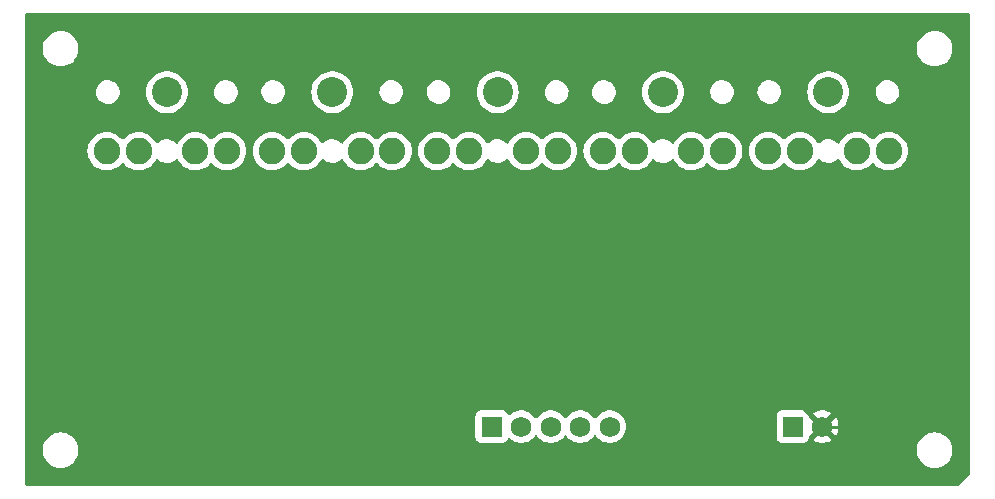
<source format=gbr>
%TF.GenerationSoftware,KiCad,Pcbnew,7.0.1-1.fc37*%
%TF.CreationDate,2023-03-21T22:33:27-05:00*%
%TF.ProjectId,midi_rx_board,6d696469-5f72-4785-9f62-6f6172642e6b,rev?*%
%TF.SameCoordinates,Original*%
%TF.FileFunction,Copper,L2,Bot*%
%TF.FilePolarity,Positive*%
%FSLAX46Y46*%
G04 Gerber Fmt 4.6, Leading zero omitted, Abs format (unit mm)*
G04 Created by KiCad (PCBNEW 7.0.1-1.fc37) date 2023-03-21 22:33:27*
%MOMM*%
%LPD*%
G01*
G04 APERTURE LIST*
%TA.AperFunction,ComponentPad*%
%ADD10C,2.540000*%
%TD*%
%TA.AperFunction,ComponentPad*%
%ADD11C,2.250000*%
%TD*%
%TA.AperFunction,ComponentPad*%
%ADD12R,1.750000X1.750000*%
%TD*%
%TA.AperFunction,ComponentPad*%
%ADD13C,1.750000*%
%TD*%
%TA.AperFunction,ViaPad*%
%ADD14C,0.800000*%
%TD*%
%TA.AperFunction,Conductor*%
%ADD15C,0.250000*%
%TD*%
G04 APERTURE END LIST*
D10*
%TO.P,RX4,1,1*%
%TO.N,unconnected-(RX4-Pad1)*%
X162000000Y-25678000D03*
D11*
%TO.P,RX4,2,2*%
%TO.N,Net-(R7-Pad1)*%
X167100000Y-30678000D03*
%TO.P,RX4,3,3*%
X164400000Y-30678000D03*
%TO.P,RX4,4,4*%
%TO.N,Net-(D4-A)*%
X159600000Y-30678000D03*
%TO.P,RX4,5,5*%
X156900000Y-30678000D03*
%TD*%
D12*
%TO.P,J2,1,Pin_1*%
%TO.N,+3V3*%
X187000000Y-54000000D03*
D13*
%TO.P,J2,2,Pin_2*%
%TO.N,GND*%
X189500000Y-54000000D03*
%TD*%
D10*
%TO.P,RX5,1,1*%
%TO.N,unconnected-(RX5-Pad1)*%
X176000000Y-25678000D03*
D11*
%TO.P,RX5,2,2*%
%TO.N,Net-(R9-Pad1)*%
X181100000Y-30678000D03*
%TO.P,RX5,3,3*%
X178400000Y-30678000D03*
%TO.P,RX5,4,4*%
%TO.N,Net-(D5-A)*%
X173600000Y-30678000D03*
%TO.P,RX5,5,5*%
X170900000Y-30678000D03*
%TD*%
D10*
%TO.P,RX6,1,1*%
%TO.N,unconnected-(RX6-Pad1)*%
X190000000Y-25678000D03*
D11*
%TO.P,RX6,2,2*%
%TO.N,Net-(R11-Pad1)*%
X195100000Y-30678000D03*
%TO.P,RX6,3,3*%
X192400000Y-30678000D03*
%TO.P,RX6,4,4*%
%TO.N,Net-(D6-A)*%
X187600000Y-30678000D03*
%TO.P,RX6,5,5*%
X184900000Y-30678000D03*
%TD*%
D12*
%TO.P,J1,1,Pin_1*%
%TO.N,/RX1/RX*%
X161500000Y-54000000D03*
D13*
%TO.P,J1,2,Pin_2*%
%TO.N,/RX2/RX*%
X164000000Y-54000000D03*
%TO.P,J1,3,Pin_3*%
%TO.N,/RX3/RX*%
X166500000Y-54000000D03*
%TO.P,J1,4,Pin_4*%
%TO.N,/RX4/RX*%
X169000000Y-54000000D03*
%TO.P,J1,5,Pin_5*%
%TO.N,/RX5/RX*%
X171500000Y-54000000D03*
%TD*%
D10*
%TO.P,RX3,1,1*%
%TO.N,unconnected-(RX3-Pad1)*%
X148000000Y-25678000D03*
D11*
%TO.P,RX3,2,2*%
%TO.N,Net-(R5-Pad1)*%
X153100000Y-30678000D03*
%TO.P,RX3,3,3*%
X150400000Y-30678000D03*
%TO.P,RX3,4,4*%
%TO.N,Net-(D3-A)*%
X145600000Y-30678000D03*
%TO.P,RX3,5,5*%
X142900000Y-30678000D03*
%TD*%
D10*
%TO.P,RX2,1,1*%
%TO.N,unconnected-(RX2-Pad1)*%
X134000000Y-25678000D03*
D11*
%TO.P,RX2,2,2*%
%TO.N,Net-(R3-Pad1)*%
X139100000Y-30678000D03*
%TO.P,RX2,3,3*%
X136400000Y-30678000D03*
%TO.P,RX2,4,4*%
%TO.N,Net-(D2-A)*%
X131600000Y-30678000D03*
%TO.P,RX2,5,5*%
X128900000Y-30678000D03*
%TD*%
D14*
%TO.N,GND*%
X196000000Y-53000000D03*
X153000000Y-49000000D03*
X131000000Y-49000000D03*
X179000000Y-49000000D03*
X142000000Y-49000000D03*
%TD*%
D15*
%TO.N,GND*%
X195000000Y-54000000D02*
X189500000Y-54000000D01*
X196000000Y-53000000D02*
X195000000Y-54000000D01*
X184500000Y-49000000D02*
X189500000Y-54000000D01*
X131000000Y-49000000D02*
X184500000Y-49000000D01*
X142000000Y-49000000D02*
X184500000Y-49000000D01*
X179000000Y-49000000D02*
X184500000Y-49000000D01*
X153000000Y-49000000D02*
X184500000Y-49000000D01*
%TD*%
%TA.AperFunction,Conductor*%
%TO.N,GND*%
G36*
X201937500Y-19017113D02*
G01*
X201982887Y-19062500D01*
X201999500Y-19124500D01*
X201999500Y-57949138D01*
X201990061Y-57996591D01*
X201963181Y-58036819D01*
X201036819Y-58963181D01*
X200996591Y-58990061D01*
X200949138Y-58999500D01*
X122124500Y-58999500D01*
X122062500Y-58982887D01*
X122017113Y-58937500D01*
X122000500Y-58875500D01*
X122000500Y-56124335D01*
X123499500Y-56124335D01*
X123540429Y-56369614D01*
X123621172Y-56604810D01*
X123739526Y-56823509D01*
X123739529Y-56823514D01*
X123875036Y-56997612D01*
X123892262Y-57019744D01*
X124075215Y-57188164D01*
X124283393Y-57324173D01*
X124511119Y-57424063D01*
X124752179Y-57485108D01*
X124826480Y-57491264D01*
X124937927Y-57500500D01*
X124937933Y-57500500D01*
X125062067Y-57500500D01*
X125062073Y-57500500D01*
X125163387Y-57492104D01*
X125247821Y-57485108D01*
X125488881Y-57424063D01*
X125716607Y-57324173D01*
X125924785Y-57188164D01*
X126107738Y-57019744D01*
X126260474Y-56823509D01*
X126378828Y-56604810D01*
X126459571Y-56369614D01*
X126500500Y-56124335D01*
X197499500Y-56124335D01*
X197540429Y-56369614D01*
X197621172Y-56604810D01*
X197739526Y-56823509D01*
X197739529Y-56823514D01*
X197875036Y-56997612D01*
X197892262Y-57019744D01*
X198075215Y-57188164D01*
X198283393Y-57324173D01*
X198511119Y-57424063D01*
X198752179Y-57485108D01*
X198826480Y-57491264D01*
X198937927Y-57500500D01*
X198937933Y-57500500D01*
X199062067Y-57500500D01*
X199062073Y-57500500D01*
X199163387Y-57492104D01*
X199247821Y-57485108D01*
X199488881Y-57424063D01*
X199716607Y-57324173D01*
X199924785Y-57188164D01*
X200107738Y-57019744D01*
X200260474Y-56823509D01*
X200378828Y-56604810D01*
X200459571Y-56369614D01*
X200500500Y-56124335D01*
X200500500Y-55875665D01*
X200459571Y-55630386D01*
X200378828Y-55395190D01*
X200260474Y-55176491D01*
X200260471Y-55176487D01*
X200260470Y-55176485D01*
X200125409Y-55002960D01*
X200107738Y-54980256D01*
X199924785Y-54811836D01*
X199716607Y-54675827D01*
X199716604Y-54675825D01*
X199591523Y-54620960D01*
X199488881Y-54575937D01*
X199247821Y-54514892D01*
X199247819Y-54514891D01*
X199247816Y-54514891D01*
X199062073Y-54499500D01*
X199062067Y-54499500D01*
X198937933Y-54499500D01*
X198937927Y-54499500D01*
X198752183Y-54514891D01*
X198752179Y-54514891D01*
X198752179Y-54514892D01*
X198511119Y-54575937D01*
X198511116Y-54575938D01*
X198511117Y-54575938D01*
X198283395Y-54675825D01*
X198239799Y-54704308D01*
X198075215Y-54811836D01*
X198036208Y-54847745D01*
X197892259Y-54980259D01*
X197739529Y-55176485D01*
X197621170Y-55395194D01*
X197540429Y-55630384D01*
X197540429Y-55630386D01*
X197499500Y-55875665D01*
X197499500Y-56124335D01*
X126500500Y-56124335D01*
X126500500Y-55875665D01*
X126459571Y-55630386D01*
X126378828Y-55395190D01*
X126260474Y-55176491D01*
X126260471Y-55176487D01*
X126260470Y-55176485D01*
X126125409Y-55002960D01*
X126107738Y-54980256D01*
X126045399Y-54922869D01*
X160124500Y-54922869D01*
X160130909Y-54982484D01*
X160138546Y-55002960D01*
X160181204Y-55117331D01*
X160267454Y-55232546D01*
X160382669Y-55318796D01*
X160517517Y-55369091D01*
X160577127Y-55375500D01*
X162422872Y-55375499D01*
X162482483Y-55369091D01*
X162617331Y-55318796D01*
X162732546Y-55232546D01*
X162818796Y-55117331D01*
X162846292Y-55043608D01*
X162882242Y-54992397D01*
X162938624Y-54965258D01*
X163001079Y-54969106D01*
X163053702Y-55002959D01*
X163065206Y-55015456D01*
X163245094Y-55155469D01*
X163445574Y-55263963D01*
X163499474Y-55282467D01*
X163661174Y-55337980D01*
X163886023Y-55375500D01*
X164113977Y-55375500D01*
X164338825Y-55337980D01*
X164446624Y-55300971D01*
X164554426Y-55263963D01*
X164754906Y-55155469D01*
X164934794Y-55015456D01*
X165089183Y-54847745D01*
X165146191Y-54760486D01*
X165190982Y-54719253D01*
X165250000Y-54704308D01*
X165309018Y-54719253D01*
X165353808Y-54760486D01*
X165410817Y-54847745D01*
X165565206Y-55015456D01*
X165745094Y-55155469D01*
X165945574Y-55263963D01*
X165999474Y-55282467D01*
X166161174Y-55337980D01*
X166386023Y-55375500D01*
X166613977Y-55375500D01*
X166838825Y-55337980D01*
X166946624Y-55300971D01*
X167054426Y-55263963D01*
X167254906Y-55155469D01*
X167434794Y-55015456D01*
X167589183Y-54847745D01*
X167646191Y-54760486D01*
X167690982Y-54719253D01*
X167750000Y-54704308D01*
X167809018Y-54719253D01*
X167853808Y-54760486D01*
X167910817Y-54847745D01*
X168065206Y-55015456D01*
X168245094Y-55155469D01*
X168445574Y-55263963D01*
X168499474Y-55282467D01*
X168661174Y-55337980D01*
X168886023Y-55375500D01*
X169113977Y-55375500D01*
X169338825Y-55337980D01*
X169446624Y-55300971D01*
X169554426Y-55263963D01*
X169754906Y-55155469D01*
X169934794Y-55015456D01*
X170089183Y-54847745D01*
X170146191Y-54760486D01*
X170190982Y-54719253D01*
X170250000Y-54704308D01*
X170309018Y-54719253D01*
X170353808Y-54760486D01*
X170410817Y-54847745D01*
X170565206Y-55015456D01*
X170745094Y-55155469D01*
X170945574Y-55263963D01*
X170999474Y-55282467D01*
X171161174Y-55337980D01*
X171386023Y-55375500D01*
X171613977Y-55375500D01*
X171838825Y-55337980D01*
X171946624Y-55300971D01*
X172054426Y-55263963D01*
X172254906Y-55155469D01*
X172434794Y-55015456D01*
X172520026Y-54922869D01*
X185624500Y-54922869D01*
X185630909Y-54982484D01*
X185638546Y-55002960D01*
X185681204Y-55117331D01*
X185767454Y-55232546D01*
X185882669Y-55318796D01*
X186017517Y-55369091D01*
X186077127Y-55375500D01*
X187922872Y-55375499D01*
X187982483Y-55369091D01*
X188117331Y-55318796D01*
X188232546Y-55232546D01*
X188305916Y-55134536D01*
X188719015Y-55134536D01*
X188719016Y-55134537D01*
X188745368Y-55155048D01*
X188945777Y-55263503D01*
X189161297Y-55337492D01*
X189386065Y-55375000D01*
X189613935Y-55375000D01*
X189838702Y-55337492D01*
X190054222Y-55263503D01*
X190254630Y-55155050D01*
X190280982Y-55134537D01*
X190280982Y-55134536D01*
X189500001Y-54353553D01*
X189500000Y-54353553D01*
X188719015Y-55134536D01*
X188305916Y-55134536D01*
X188318796Y-55117331D01*
X188369091Y-54982483D01*
X188375500Y-54922873D01*
X188375499Y-54822303D01*
X188384938Y-54774855D01*
X188411818Y-54734626D01*
X189146446Y-54000001D01*
X189853553Y-54000001D01*
X190633124Y-54779570D01*
X190713419Y-54656670D01*
X190804953Y-54447994D01*
X190860895Y-54227087D01*
X190879712Y-54000000D01*
X190860895Y-53772912D01*
X190804953Y-53552004D01*
X190713420Y-53343329D01*
X190633124Y-53220428D01*
X189853553Y-54000000D01*
X189853553Y-54000001D01*
X189146446Y-54000001D01*
X189146446Y-53999999D01*
X188411818Y-53265372D01*
X188384938Y-53225144D01*
X188375499Y-53177691D01*
X188375499Y-53077130D01*
X188375499Y-53077127D01*
X188369091Y-53017517D01*
X188318796Y-52882669D01*
X188305915Y-52865462D01*
X188719016Y-52865462D01*
X189500000Y-53646446D01*
X189500001Y-53646446D01*
X190280983Y-52865462D01*
X190280982Y-52865461D01*
X190254634Y-52844953D01*
X190054222Y-52736496D01*
X189838702Y-52662507D01*
X189613935Y-52625000D01*
X189386065Y-52625000D01*
X189161297Y-52662507D01*
X188945777Y-52736496D01*
X188745367Y-52844952D01*
X188719016Y-52865460D01*
X188719016Y-52865462D01*
X188305915Y-52865462D01*
X188232546Y-52767454D01*
X188117331Y-52681204D01*
X187982483Y-52630909D01*
X187922873Y-52624500D01*
X187922869Y-52624500D01*
X186077130Y-52624500D01*
X186017515Y-52630909D01*
X185882669Y-52681204D01*
X185767454Y-52767454D01*
X185681204Y-52882668D01*
X185630909Y-53017516D01*
X185624500Y-53077130D01*
X185624500Y-54922869D01*
X172520026Y-54922869D01*
X172589183Y-54847745D01*
X172713862Y-54656909D01*
X172805430Y-54448155D01*
X172861390Y-54227176D01*
X172880214Y-54000000D01*
X172861390Y-53772824D01*
X172805430Y-53551845D01*
X172744384Y-53412675D01*
X172713863Y-53343093D01*
X172682894Y-53295691D01*
X172589183Y-53152255D01*
X172434794Y-52984544D01*
X172254906Y-52844531D01*
X172054426Y-52736037D01*
X172054425Y-52736036D01*
X172054424Y-52736036D01*
X171838825Y-52662019D01*
X171613977Y-52624500D01*
X171386023Y-52624500D01*
X171161174Y-52662019D01*
X170945575Y-52736036D01*
X170887520Y-52767454D01*
X170745094Y-52844531D01*
X170745092Y-52844532D01*
X170745091Y-52844533D01*
X170565209Y-52984541D01*
X170565206Y-52984543D01*
X170565206Y-52984544D01*
X170410817Y-53152255D01*
X170353809Y-53239513D01*
X170309017Y-53280746D01*
X170250000Y-53295691D01*
X170190983Y-53280746D01*
X170146191Y-53239513D01*
X170089183Y-53152255D01*
X169934794Y-52984544D01*
X169754906Y-52844531D01*
X169554426Y-52736037D01*
X169554425Y-52736036D01*
X169554424Y-52736036D01*
X169338825Y-52662019D01*
X169113977Y-52624500D01*
X168886023Y-52624500D01*
X168661174Y-52662019D01*
X168445575Y-52736036D01*
X168387520Y-52767454D01*
X168245094Y-52844531D01*
X168245092Y-52844532D01*
X168245091Y-52844533D01*
X168065209Y-52984541D01*
X168065206Y-52984543D01*
X168065206Y-52984544D01*
X167910817Y-53152255D01*
X167853809Y-53239513D01*
X167809017Y-53280746D01*
X167750000Y-53295691D01*
X167690983Y-53280746D01*
X167646191Y-53239513D01*
X167589183Y-53152255D01*
X167434794Y-52984544D01*
X167254906Y-52844531D01*
X167054426Y-52736037D01*
X167054425Y-52736036D01*
X167054424Y-52736036D01*
X166838825Y-52662019D01*
X166613977Y-52624500D01*
X166386023Y-52624500D01*
X166161174Y-52662019D01*
X165945575Y-52736036D01*
X165887520Y-52767454D01*
X165745094Y-52844531D01*
X165745092Y-52844532D01*
X165745091Y-52844533D01*
X165565209Y-52984541D01*
X165565206Y-52984543D01*
X165565206Y-52984544D01*
X165410817Y-53152255D01*
X165353809Y-53239513D01*
X165309017Y-53280746D01*
X165250000Y-53295691D01*
X165190983Y-53280746D01*
X165146191Y-53239513D01*
X165089183Y-53152255D01*
X164934794Y-52984544D01*
X164754906Y-52844531D01*
X164554426Y-52736037D01*
X164554425Y-52736036D01*
X164554424Y-52736036D01*
X164338825Y-52662019D01*
X164113977Y-52624500D01*
X163886023Y-52624500D01*
X163661174Y-52662019D01*
X163445575Y-52736036D01*
X163387520Y-52767454D01*
X163245094Y-52844531D01*
X163245092Y-52844532D01*
X163245091Y-52844533D01*
X163065207Y-52984542D01*
X163053701Y-52997041D01*
X163001076Y-53030894D01*
X162938623Y-53034741D01*
X162882242Y-53007602D01*
X162846292Y-52956391D01*
X162818796Y-52882669D01*
X162732546Y-52767454D01*
X162617331Y-52681204D01*
X162482483Y-52630909D01*
X162422873Y-52624500D01*
X162422869Y-52624500D01*
X160577130Y-52624500D01*
X160517515Y-52630909D01*
X160382669Y-52681204D01*
X160267454Y-52767454D01*
X160181204Y-52882668D01*
X160130909Y-53017516D01*
X160124500Y-53077130D01*
X160124500Y-54922869D01*
X126045399Y-54922869D01*
X125924785Y-54811836D01*
X125716607Y-54675827D01*
X125716604Y-54675825D01*
X125591523Y-54620960D01*
X125488881Y-54575937D01*
X125247821Y-54514892D01*
X125247819Y-54514891D01*
X125247816Y-54514891D01*
X125062073Y-54499500D01*
X125062067Y-54499500D01*
X124937933Y-54499500D01*
X124937927Y-54499500D01*
X124752183Y-54514891D01*
X124752179Y-54514891D01*
X124752179Y-54514892D01*
X124511119Y-54575937D01*
X124511116Y-54575938D01*
X124511117Y-54575938D01*
X124283395Y-54675825D01*
X124239799Y-54704308D01*
X124075215Y-54811836D01*
X124036208Y-54847745D01*
X123892259Y-54980259D01*
X123739529Y-55176485D01*
X123621170Y-55395194D01*
X123540429Y-55630384D01*
X123540429Y-55630386D01*
X123499500Y-55875665D01*
X123499500Y-56124335D01*
X122000500Y-56124335D01*
X122000500Y-30677999D01*
X127269474Y-30677999D01*
X127289548Y-30933071D01*
X127349277Y-31181860D01*
X127395550Y-31293571D01*
X127447191Y-31418243D01*
X127580877Y-31636399D01*
X127747044Y-31830956D01*
X127941601Y-31997123D01*
X128159757Y-32130809D01*
X128334394Y-32203146D01*
X128396139Y-32228722D01*
X128474739Y-32247592D01*
X128644930Y-32288452D01*
X128900000Y-32308526D01*
X129155070Y-32288452D01*
X129403860Y-32228722D01*
X129640243Y-32130809D01*
X129858399Y-31997123D01*
X130052956Y-31830956D01*
X130155712Y-31710643D01*
X130198086Y-31678567D01*
X130250000Y-31667177D01*
X130301914Y-31678567D01*
X130344287Y-31710643D01*
X130447044Y-31830956D01*
X130641601Y-31997123D01*
X130859757Y-32130809D01*
X131034394Y-32203146D01*
X131096139Y-32228722D01*
X131174739Y-32247592D01*
X131344930Y-32288452D01*
X131600000Y-32308526D01*
X131855070Y-32288452D01*
X132103860Y-32228722D01*
X132340243Y-32130809D01*
X132558399Y-31997123D01*
X132752956Y-31830956D01*
X132919123Y-31636399D01*
X133052809Y-31418243D01*
X133061886Y-31396328D01*
X133098390Y-31347431D01*
X133153797Y-31321865D01*
X133214690Y-31325823D01*
X133266321Y-31358346D01*
X133298561Y-31392261D01*
X133344941Y-31441053D01*
X133511951Y-31557295D01*
X133698942Y-31637540D01*
X133898259Y-31678500D01*
X134050740Y-31678500D01*
X134050742Y-31678500D01*
X134202438Y-31663074D01*
X134396588Y-31602159D01*
X134574502Y-31503409D01*
X134728895Y-31370866D01*
X134728897Y-31370863D01*
X134738462Y-31362652D01*
X134739332Y-31363666D01*
X134778448Y-31333877D01*
X134841984Y-31325680D01*
X134901132Y-31350288D01*
X134940103Y-31401132D01*
X134947191Y-31418243D01*
X135080877Y-31636399D01*
X135247044Y-31830956D01*
X135441601Y-31997123D01*
X135659757Y-32130809D01*
X135834394Y-32203146D01*
X135896139Y-32228722D01*
X135974739Y-32247592D01*
X136144930Y-32288452D01*
X136400000Y-32308526D01*
X136655070Y-32288452D01*
X136903860Y-32228722D01*
X137140243Y-32130809D01*
X137358399Y-31997123D01*
X137552956Y-31830956D01*
X137655712Y-31710643D01*
X137698086Y-31678567D01*
X137750000Y-31667177D01*
X137801914Y-31678567D01*
X137844287Y-31710643D01*
X137947044Y-31830956D01*
X138141601Y-31997123D01*
X138359757Y-32130809D01*
X138534394Y-32203146D01*
X138596139Y-32228722D01*
X138674739Y-32247592D01*
X138844930Y-32288452D01*
X139100000Y-32308526D01*
X139355070Y-32288452D01*
X139603860Y-32228722D01*
X139840243Y-32130809D01*
X140058399Y-31997123D01*
X140252956Y-31830956D01*
X140419123Y-31636399D01*
X140552809Y-31418243D01*
X140650722Y-31181860D01*
X140710452Y-30933070D01*
X140730526Y-30678000D01*
X140730526Y-30677999D01*
X141269474Y-30677999D01*
X141289548Y-30933071D01*
X141349277Y-31181860D01*
X141395550Y-31293571D01*
X141447191Y-31418243D01*
X141580877Y-31636399D01*
X141747044Y-31830956D01*
X141941601Y-31997123D01*
X142159757Y-32130809D01*
X142334394Y-32203146D01*
X142396139Y-32228722D01*
X142474739Y-32247592D01*
X142644930Y-32288452D01*
X142900000Y-32308526D01*
X143155070Y-32288452D01*
X143403860Y-32228722D01*
X143640243Y-32130809D01*
X143858399Y-31997123D01*
X144052956Y-31830956D01*
X144155712Y-31710643D01*
X144198086Y-31678567D01*
X144250000Y-31667177D01*
X144301914Y-31678567D01*
X144344287Y-31710643D01*
X144447044Y-31830956D01*
X144641601Y-31997123D01*
X144859757Y-32130809D01*
X145034394Y-32203146D01*
X145096139Y-32228722D01*
X145174739Y-32247592D01*
X145344930Y-32288452D01*
X145600000Y-32308526D01*
X145855070Y-32288452D01*
X146103860Y-32228722D01*
X146340243Y-32130809D01*
X146558399Y-31997123D01*
X146752956Y-31830956D01*
X146919123Y-31636399D01*
X147052809Y-31418243D01*
X147061886Y-31396328D01*
X147098390Y-31347431D01*
X147153797Y-31321865D01*
X147214690Y-31325823D01*
X147266321Y-31358346D01*
X147298561Y-31392261D01*
X147344941Y-31441053D01*
X147511951Y-31557295D01*
X147698942Y-31637540D01*
X147898259Y-31678500D01*
X148050740Y-31678500D01*
X148050742Y-31678500D01*
X148202438Y-31663074D01*
X148396588Y-31602159D01*
X148574502Y-31503409D01*
X148728895Y-31370866D01*
X148728897Y-31370863D01*
X148738462Y-31362652D01*
X148739332Y-31363666D01*
X148778448Y-31333877D01*
X148841984Y-31325680D01*
X148901132Y-31350288D01*
X148940103Y-31401132D01*
X148947191Y-31418243D01*
X149080877Y-31636399D01*
X149247044Y-31830956D01*
X149441601Y-31997123D01*
X149659757Y-32130809D01*
X149834394Y-32203146D01*
X149896139Y-32228722D01*
X149974739Y-32247592D01*
X150144930Y-32288452D01*
X150400000Y-32308526D01*
X150655070Y-32288452D01*
X150903860Y-32228722D01*
X151140243Y-32130809D01*
X151358399Y-31997123D01*
X151552956Y-31830956D01*
X151655712Y-31710643D01*
X151698086Y-31678567D01*
X151750000Y-31667177D01*
X151801914Y-31678567D01*
X151844287Y-31710643D01*
X151947044Y-31830956D01*
X152141601Y-31997123D01*
X152359757Y-32130809D01*
X152534394Y-32203146D01*
X152596139Y-32228722D01*
X152674739Y-32247592D01*
X152844930Y-32288452D01*
X153100000Y-32308526D01*
X153355070Y-32288452D01*
X153603860Y-32228722D01*
X153840243Y-32130809D01*
X154058399Y-31997123D01*
X154252956Y-31830956D01*
X154419123Y-31636399D01*
X154552809Y-31418243D01*
X154650722Y-31181860D01*
X154710452Y-30933070D01*
X154730526Y-30678000D01*
X154730526Y-30677999D01*
X155269474Y-30677999D01*
X155289548Y-30933071D01*
X155349277Y-31181860D01*
X155395550Y-31293571D01*
X155447191Y-31418243D01*
X155580877Y-31636399D01*
X155747044Y-31830956D01*
X155941601Y-31997123D01*
X156159757Y-32130809D01*
X156334394Y-32203146D01*
X156396139Y-32228722D01*
X156474739Y-32247592D01*
X156644930Y-32288452D01*
X156900000Y-32308526D01*
X157155070Y-32288452D01*
X157403860Y-32228722D01*
X157640243Y-32130809D01*
X157858399Y-31997123D01*
X158052956Y-31830956D01*
X158155712Y-31710643D01*
X158198086Y-31678567D01*
X158250000Y-31667177D01*
X158301914Y-31678567D01*
X158344287Y-31710643D01*
X158447044Y-31830956D01*
X158641601Y-31997123D01*
X158859757Y-32130809D01*
X159034394Y-32203146D01*
X159096139Y-32228722D01*
X159174739Y-32247592D01*
X159344930Y-32288452D01*
X159600000Y-32308526D01*
X159855070Y-32288452D01*
X160103860Y-32228722D01*
X160340243Y-32130809D01*
X160558399Y-31997123D01*
X160752956Y-31830956D01*
X160919123Y-31636399D01*
X161052809Y-31418243D01*
X161061886Y-31396328D01*
X161098390Y-31347431D01*
X161153797Y-31321865D01*
X161214690Y-31325823D01*
X161266321Y-31358346D01*
X161298561Y-31392261D01*
X161344941Y-31441053D01*
X161511951Y-31557295D01*
X161698942Y-31637540D01*
X161898259Y-31678500D01*
X162050740Y-31678500D01*
X162050742Y-31678500D01*
X162202438Y-31663074D01*
X162396588Y-31602159D01*
X162574502Y-31503409D01*
X162728895Y-31370866D01*
X162728897Y-31370863D01*
X162738462Y-31362652D01*
X162739332Y-31363666D01*
X162778448Y-31333877D01*
X162841984Y-31325680D01*
X162901132Y-31350288D01*
X162940103Y-31401132D01*
X162947191Y-31418243D01*
X163080877Y-31636399D01*
X163247044Y-31830956D01*
X163441601Y-31997123D01*
X163659757Y-32130809D01*
X163834394Y-32203146D01*
X163896139Y-32228722D01*
X163974739Y-32247592D01*
X164144930Y-32288452D01*
X164400000Y-32308526D01*
X164655070Y-32288452D01*
X164903860Y-32228722D01*
X165140243Y-32130809D01*
X165358399Y-31997123D01*
X165552956Y-31830956D01*
X165655712Y-31710643D01*
X165698086Y-31678567D01*
X165750000Y-31667177D01*
X165801914Y-31678567D01*
X165844287Y-31710643D01*
X165947044Y-31830956D01*
X166141601Y-31997123D01*
X166359757Y-32130809D01*
X166534394Y-32203146D01*
X166596139Y-32228722D01*
X166674739Y-32247592D01*
X166844930Y-32288452D01*
X167100000Y-32308526D01*
X167355070Y-32288452D01*
X167603860Y-32228722D01*
X167840243Y-32130809D01*
X168058399Y-31997123D01*
X168252956Y-31830956D01*
X168419123Y-31636399D01*
X168552809Y-31418243D01*
X168650722Y-31181860D01*
X168710452Y-30933070D01*
X168730526Y-30678000D01*
X168730526Y-30677999D01*
X169269474Y-30677999D01*
X169289548Y-30933071D01*
X169349277Y-31181860D01*
X169395550Y-31293571D01*
X169447191Y-31418243D01*
X169580877Y-31636399D01*
X169747044Y-31830956D01*
X169941601Y-31997123D01*
X170159757Y-32130809D01*
X170334394Y-32203146D01*
X170396139Y-32228722D01*
X170474739Y-32247592D01*
X170644930Y-32288452D01*
X170900000Y-32308526D01*
X171155070Y-32288452D01*
X171403860Y-32228722D01*
X171640243Y-32130809D01*
X171858399Y-31997123D01*
X172052956Y-31830956D01*
X172155712Y-31710643D01*
X172198086Y-31678567D01*
X172250000Y-31667177D01*
X172301914Y-31678567D01*
X172344287Y-31710643D01*
X172447044Y-31830956D01*
X172641601Y-31997123D01*
X172859757Y-32130809D01*
X173034394Y-32203146D01*
X173096139Y-32228722D01*
X173174739Y-32247592D01*
X173344930Y-32288452D01*
X173600000Y-32308526D01*
X173855070Y-32288452D01*
X174103860Y-32228722D01*
X174340243Y-32130809D01*
X174558399Y-31997123D01*
X174752956Y-31830956D01*
X174919123Y-31636399D01*
X175052809Y-31418243D01*
X175061886Y-31396328D01*
X175098390Y-31347431D01*
X175153797Y-31321865D01*
X175214690Y-31325823D01*
X175266321Y-31358346D01*
X175298561Y-31392261D01*
X175344941Y-31441053D01*
X175511951Y-31557295D01*
X175698942Y-31637540D01*
X175898259Y-31678500D01*
X176050740Y-31678500D01*
X176050742Y-31678500D01*
X176202438Y-31663074D01*
X176396588Y-31602159D01*
X176574502Y-31503409D01*
X176728895Y-31370866D01*
X176728897Y-31370863D01*
X176738462Y-31362652D01*
X176739332Y-31363666D01*
X176778448Y-31333877D01*
X176841984Y-31325680D01*
X176901132Y-31350288D01*
X176940103Y-31401132D01*
X176947191Y-31418243D01*
X177080877Y-31636399D01*
X177247044Y-31830956D01*
X177441601Y-31997123D01*
X177659757Y-32130809D01*
X177834394Y-32203146D01*
X177896139Y-32228722D01*
X177974739Y-32247592D01*
X178144930Y-32288452D01*
X178400000Y-32308526D01*
X178655070Y-32288452D01*
X178903860Y-32228722D01*
X179140243Y-32130809D01*
X179358399Y-31997123D01*
X179552956Y-31830956D01*
X179655712Y-31710643D01*
X179698086Y-31678567D01*
X179750000Y-31667177D01*
X179801914Y-31678567D01*
X179844287Y-31710643D01*
X179947044Y-31830956D01*
X180141601Y-31997123D01*
X180359757Y-32130809D01*
X180534394Y-32203146D01*
X180596139Y-32228722D01*
X180674739Y-32247592D01*
X180844930Y-32288452D01*
X181100000Y-32308526D01*
X181355070Y-32288452D01*
X181603860Y-32228722D01*
X181840243Y-32130809D01*
X182058399Y-31997123D01*
X182252956Y-31830956D01*
X182419123Y-31636399D01*
X182552809Y-31418243D01*
X182650722Y-31181860D01*
X182710452Y-30933070D01*
X182730526Y-30678000D01*
X182730526Y-30677999D01*
X183269474Y-30677999D01*
X183289548Y-30933071D01*
X183349277Y-31181860D01*
X183395550Y-31293571D01*
X183447191Y-31418243D01*
X183580877Y-31636399D01*
X183747044Y-31830956D01*
X183941601Y-31997123D01*
X184159757Y-32130809D01*
X184334394Y-32203146D01*
X184396139Y-32228722D01*
X184474739Y-32247592D01*
X184644930Y-32288452D01*
X184900000Y-32308526D01*
X185155070Y-32288452D01*
X185403860Y-32228722D01*
X185640243Y-32130809D01*
X185858399Y-31997123D01*
X186052956Y-31830956D01*
X186155712Y-31710643D01*
X186198086Y-31678567D01*
X186250000Y-31667177D01*
X186301914Y-31678567D01*
X186344287Y-31710643D01*
X186447044Y-31830956D01*
X186641601Y-31997123D01*
X186859757Y-32130809D01*
X187034394Y-32203146D01*
X187096139Y-32228722D01*
X187174739Y-32247592D01*
X187344930Y-32288452D01*
X187600000Y-32308526D01*
X187855070Y-32288452D01*
X188103860Y-32228722D01*
X188340243Y-32130809D01*
X188558399Y-31997123D01*
X188752956Y-31830956D01*
X188919123Y-31636399D01*
X189052809Y-31418243D01*
X189061886Y-31396328D01*
X189098390Y-31347431D01*
X189153797Y-31321865D01*
X189214690Y-31325823D01*
X189266321Y-31358346D01*
X189298561Y-31392261D01*
X189344941Y-31441053D01*
X189511951Y-31557295D01*
X189698942Y-31637540D01*
X189898259Y-31678500D01*
X190050740Y-31678500D01*
X190050742Y-31678500D01*
X190202438Y-31663074D01*
X190396588Y-31602159D01*
X190574502Y-31503409D01*
X190728895Y-31370866D01*
X190728897Y-31370863D01*
X190738462Y-31362652D01*
X190739332Y-31363666D01*
X190778448Y-31333877D01*
X190841984Y-31325680D01*
X190901132Y-31350288D01*
X190940103Y-31401132D01*
X190947191Y-31418243D01*
X191080877Y-31636399D01*
X191247044Y-31830956D01*
X191441601Y-31997123D01*
X191659757Y-32130809D01*
X191834394Y-32203146D01*
X191896139Y-32228722D01*
X191974739Y-32247592D01*
X192144930Y-32288452D01*
X192400000Y-32308526D01*
X192655070Y-32288452D01*
X192903860Y-32228722D01*
X193140243Y-32130809D01*
X193358399Y-31997123D01*
X193552956Y-31830956D01*
X193655712Y-31710643D01*
X193698086Y-31678567D01*
X193750000Y-31667177D01*
X193801914Y-31678567D01*
X193844287Y-31710643D01*
X193947044Y-31830956D01*
X194141601Y-31997123D01*
X194359757Y-32130809D01*
X194534394Y-32203146D01*
X194596139Y-32228722D01*
X194674739Y-32247592D01*
X194844930Y-32288452D01*
X195100000Y-32308526D01*
X195355070Y-32288452D01*
X195603860Y-32228722D01*
X195840243Y-32130809D01*
X196058399Y-31997123D01*
X196252956Y-31830956D01*
X196419123Y-31636399D01*
X196552809Y-31418243D01*
X196650722Y-31181860D01*
X196710452Y-30933070D01*
X196730526Y-30678000D01*
X196710452Y-30422930D01*
X196650722Y-30174140D01*
X196644492Y-30159100D01*
X196625146Y-30112394D01*
X196552809Y-29937757D01*
X196419123Y-29719601D01*
X196252956Y-29525044D01*
X196058399Y-29358877D01*
X195840243Y-29225191D01*
X195752924Y-29189022D01*
X195603860Y-29127277D01*
X195355071Y-29067548D01*
X195100000Y-29047474D01*
X194844928Y-29067548D01*
X194596139Y-29127277D01*
X194359755Y-29225192D01*
X194141602Y-29358876D01*
X193947044Y-29525044D01*
X193844290Y-29645354D01*
X193801914Y-29677432D01*
X193750000Y-29688822D01*
X193698086Y-29677432D01*
X193655710Y-29645354D01*
X193552956Y-29525044D01*
X193358399Y-29358877D01*
X193140243Y-29225191D01*
X193052924Y-29189022D01*
X192903860Y-29127277D01*
X192655071Y-29067548D01*
X192400000Y-29047474D01*
X192144928Y-29067548D01*
X191896139Y-29127277D01*
X191659755Y-29225192D01*
X191441602Y-29358876D01*
X191247044Y-29525044D01*
X191080876Y-29719602D01*
X190947191Y-29937755D01*
X190938111Y-29959677D01*
X190901605Y-30008572D01*
X190846198Y-30034135D01*
X190785307Y-30030176D01*
X190733677Y-29997653D01*
X190697578Y-29959677D01*
X190655059Y-29914947D01*
X190488049Y-29798705D01*
X190301058Y-29718460D01*
X190101741Y-29677500D01*
X189949258Y-29677500D01*
X189888579Y-29683670D01*
X189797559Y-29692926D01*
X189603412Y-29753841D01*
X189425500Y-29852589D01*
X189425497Y-29852591D01*
X189425498Y-29852591D01*
X189271105Y-29985134D01*
X189271102Y-29985136D01*
X189261538Y-29993348D01*
X189260668Y-29992334D01*
X189221542Y-30022126D01*
X189158008Y-30030317D01*
X189098865Y-30005708D01*
X189059895Y-29954865D01*
X189052809Y-29937757D01*
X189052807Y-29937754D01*
X189052806Y-29937751D01*
X188967598Y-29798705D01*
X188919123Y-29719601D01*
X188752956Y-29525044D01*
X188558399Y-29358877D01*
X188340243Y-29225191D01*
X188252924Y-29189022D01*
X188103860Y-29127277D01*
X187855071Y-29067548D01*
X187600000Y-29047474D01*
X187344928Y-29067548D01*
X187096139Y-29127277D01*
X186859755Y-29225192D01*
X186641602Y-29358876D01*
X186447044Y-29525044D01*
X186344290Y-29645354D01*
X186301914Y-29677432D01*
X186250000Y-29688822D01*
X186198086Y-29677432D01*
X186155710Y-29645354D01*
X186052956Y-29525044D01*
X185858399Y-29358877D01*
X185640243Y-29225191D01*
X185552924Y-29189022D01*
X185403860Y-29127277D01*
X185155071Y-29067548D01*
X184900000Y-29047474D01*
X184644928Y-29067548D01*
X184396139Y-29127277D01*
X184159755Y-29225192D01*
X183941602Y-29358876D01*
X183747044Y-29525044D01*
X183580876Y-29719602D01*
X183447192Y-29937755D01*
X183349277Y-30174139D01*
X183289548Y-30422928D01*
X183269474Y-30677999D01*
X182730526Y-30677999D01*
X182710452Y-30422930D01*
X182650722Y-30174140D01*
X182644492Y-30159100D01*
X182625146Y-30112394D01*
X182552809Y-29937757D01*
X182419123Y-29719601D01*
X182252956Y-29525044D01*
X182058399Y-29358877D01*
X181840243Y-29225191D01*
X181752924Y-29189022D01*
X181603860Y-29127277D01*
X181355071Y-29067548D01*
X181100000Y-29047474D01*
X180844928Y-29067548D01*
X180596139Y-29127277D01*
X180359755Y-29225192D01*
X180141602Y-29358876D01*
X179947044Y-29525044D01*
X179844290Y-29645354D01*
X179801914Y-29677432D01*
X179750000Y-29688822D01*
X179698086Y-29677432D01*
X179655710Y-29645354D01*
X179552956Y-29525044D01*
X179358399Y-29358877D01*
X179140243Y-29225191D01*
X179052924Y-29189022D01*
X178903860Y-29127277D01*
X178655071Y-29067548D01*
X178400000Y-29047474D01*
X178144928Y-29067548D01*
X177896139Y-29127277D01*
X177659755Y-29225192D01*
X177441602Y-29358876D01*
X177247044Y-29525044D01*
X177080876Y-29719602D01*
X176947191Y-29937755D01*
X176938111Y-29959677D01*
X176901605Y-30008572D01*
X176846198Y-30034135D01*
X176785307Y-30030176D01*
X176733677Y-29997653D01*
X176697578Y-29959677D01*
X176655059Y-29914947D01*
X176488049Y-29798705D01*
X176301058Y-29718460D01*
X176101741Y-29677500D01*
X175949258Y-29677500D01*
X175888579Y-29683670D01*
X175797559Y-29692926D01*
X175603412Y-29753841D01*
X175425500Y-29852589D01*
X175425497Y-29852591D01*
X175425498Y-29852591D01*
X175271105Y-29985134D01*
X175271102Y-29985136D01*
X175261538Y-29993348D01*
X175260668Y-29992334D01*
X175221542Y-30022126D01*
X175158008Y-30030317D01*
X175098865Y-30005708D01*
X175059895Y-29954865D01*
X175052809Y-29937757D01*
X175052807Y-29937754D01*
X175052806Y-29937751D01*
X174967598Y-29798705D01*
X174919123Y-29719601D01*
X174752956Y-29525044D01*
X174558399Y-29358877D01*
X174340243Y-29225191D01*
X174252924Y-29189022D01*
X174103860Y-29127277D01*
X173855071Y-29067548D01*
X173600000Y-29047474D01*
X173344928Y-29067548D01*
X173096139Y-29127277D01*
X172859755Y-29225192D01*
X172641602Y-29358876D01*
X172447044Y-29525044D01*
X172344290Y-29645354D01*
X172301914Y-29677432D01*
X172250000Y-29688822D01*
X172198086Y-29677432D01*
X172155710Y-29645354D01*
X172052956Y-29525044D01*
X171858399Y-29358877D01*
X171640243Y-29225191D01*
X171552924Y-29189022D01*
X171403860Y-29127277D01*
X171155071Y-29067548D01*
X170900000Y-29047474D01*
X170644928Y-29067548D01*
X170396139Y-29127277D01*
X170159755Y-29225192D01*
X169941602Y-29358876D01*
X169747044Y-29525044D01*
X169580876Y-29719602D01*
X169447192Y-29937755D01*
X169349277Y-30174139D01*
X169289548Y-30422928D01*
X169269474Y-30677999D01*
X168730526Y-30677999D01*
X168710452Y-30422930D01*
X168650722Y-30174140D01*
X168644492Y-30159100D01*
X168625146Y-30112394D01*
X168552809Y-29937757D01*
X168419123Y-29719601D01*
X168252956Y-29525044D01*
X168058399Y-29358877D01*
X167840243Y-29225191D01*
X167752924Y-29189022D01*
X167603860Y-29127277D01*
X167355071Y-29067548D01*
X167100000Y-29047474D01*
X166844928Y-29067548D01*
X166596139Y-29127277D01*
X166359755Y-29225192D01*
X166141602Y-29358876D01*
X165947044Y-29525044D01*
X165844290Y-29645354D01*
X165801914Y-29677432D01*
X165750000Y-29688822D01*
X165698086Y-29677432D01*
X165655710Y-29645354D01*
X165552956Y-29525044D01*
X165358399Y-29358877D01*
X165140243Y-29225191D01*
X165052924Y-29189022D01*
X164903860Y-29127277D01*
X164655071Y-29067548D01*
X164400000Y-29047474D01*
X164144928Y-29067548D01*
X163896139Y-29127277D01*
X163659755Y-29225192D01*
X163441602Y-29358876D01*
X163247044Y-29525044D01*
X163080876Y-29719602D01*
X162947191Y-29937755D01*
X162938111Y-29959677D01*
X162901605Y-30008572D01*
X162846198Y-30034135D01*
X162785307Y-30030176D01*
X162733677Y-29997653D01*
X162697578Y-29959677D01*
X162655059Y-29914947D01*
X162488049Y-29798705D01*
X162301058Y-29718460D01*
X162101741Y-29677500D01*
X161949258Y-29677500D01*
X161888579Y-29683670D01*
X161797559Y-29692926D01*
X161603412Y-29753841D01*
X161425500Y-29852589D01*
X161425497Y-29852591D01*
X161425498Y-29852591D01*
X161271105Y-29985134D01*
X161271102Y-29985136D01*
X161261538Y-29993348D01*
X161260668Y-29992334D01*
X161221542Y-30022126D01*
X161158008Y-30030317D01*
X161098865Y-30005708D01*
X161059895Y-29954865D01*
X161052809Y-29937757D01*
X161052807Y-29937754D01*
X161052806Y-29937751D01*
X160967598Y-29798705D01*
X160919123Y-29719601D01*
X160752956Y-29525044D01*
X160558399Y-29358877D01*
X160340243Y-29225191D01*
X160252924Y-29189022D01*
X160103860Y-29127277D01*
X159855071Y-29067548D01*
X159600000Y-29047474D01*
X159344928Y-29067548D01*
X159096139Y-29127277D01*
X158859755Y-29225192D01*
X158641602Y-29358876D01*
X158447044Y-29525044D01*
X158344290Y-29645354D01*
X158301914Y-29677432D01*
X158250000Y-29688822D01*
X158198086Y-29677432D01*
X158155710Y-29645354D01*
X158052956Y-29525044D01*
X157858399Y-29358877D01*
X157640243Y-29225191D01*
X157552924Y-29189022D01*
X157403860Y-29127277D01*
X157155071Y-29067548D01*
X156900000Y-29047474D01*
X156644928Y-29067548D01*
X156396139Y-29127277D01*
X156159755Y-29225192D01*
X155941602Y-29358876D01*
X155747044Y-29525044D01*
X155580876Y-29719602D01*
X155447192Y-29937755D01*
X155349277Y-30174139D01*
X155289548Y-30422928D01*
X155269474Y-30677999D01*
X154730526Y-30677999D01*
X154710452Y-30422930D01*
X154650722Y-30174140D01*
X154644492Y-30159100D01*
X154625146Y-30112394D01*
X154552809Y-29937757D01*
X154419123Y-29719601D01*
X154252956Y-29525044D01*
X154058399Y-29358877D01*
X153840243Y-29225191D01*
X153752924Y-29189022D01*
X153603860Y-29127277D01*
X153355071Y-29067548D01*
X153100000Y-29047474D01*
X152844928Y-29067548D01*
X152596139Y-29127277D01*
X152359755Y-29225192D01*
X152141602Y-29358876D01*
X151947044Y-29525044D01*
X151844290Y-29645354D01*
X151801914Y-29677432D01*
X151750000Y-29688822D01*
X151698086Y-29677432D01*
X151655710Y-29645354D01*
X151552956Y-29525044D01*
X151358399Y-29358877D01*
X151140243Y-29225191D01*
X151052924Y-29189022D01*
X150903860Y-29127277D01*
X150655071Y-29067548D01*
X150400000Y-29047474D01*
X150144928Y-29067548D01*
X149896139Y-29127277D01*
X149659755Y-29225192D01*
X149441602Y-29358876D01*
X149247044Y-29525044D01*
X149080876Y-29719602D01*
X148947191Y-29937755D01*
X148938111Y-29959677D01*
X148901605Y-30008572D01*
X148846198Y-30034135D01*
X148785307Y-30030176D01*
X148733677Y-29997653D01*
X148697578Y-29959677D01*
X148655059Y-29914947D01*
X148488049Y-29798705D01*
X148301058Y-29718460D01*
X148101741Y-29677500D01*
X147949258Y-29677500D01*
X147888579Y-29683670D01*
X147797559Y-29692926D01*
X147603412Y-29753841D01*
X147425500Y-29852589D01*
X147425497Y-29852591D01*
X147425498Y-29852591D01*
X147271105Y-29985134D01*
X147271102Y-29985136D01*
X147261538Y-29993348D01*
X147260668Y-29992334D01*
X147221542Y-30022126D01*
X147158008Y-30030317D01*
X147098865Y-30005708D01*
X147059895Y-29954865D01*
X147052809Y-29937757D01*
X147052807Y-29937754D01*
X147052806Y-29937751D01*
X146967598Y-29798705D01*
X146919123Y-29719601D01*
X146752956Y-29525044D01*
X146558399Y-29358877D01*
X146340243Y-29225191D01*
X146252924Y-29189022D01*
X146103860Y-29127277D01*
X145855071Y-29067548D01*
X145600000Y-29047474D01*
X145344928Y-29067548D01*
X145096139Y-29127277D01*
X144859755Y-29225192D01*
X144641602Y-29358876D01*
X144447044Y-29525044D01*
X144344290Y-29645354D01*
X144301914Y-29677432D01*
X144250000Y-29688822D01*
X144198086Y-29677432D01*
X144155710Y-29645354D01*
X144052956Y-29525044D01*
X143858399Y-29358877D01*
X143640243Y-29225191D01*
X143552924Y-29189022D01*
X143403860Y-29127277D01*
X143155071Y-29067548D01*
X142900000Y-29047474D01*
X142644928Y-29067548D01*
X142396139Y-29127277D01*
X142159755Y-29225192D01*
X141941602Y-29358876D01*
X141747044Y-29525044D01*
X141580876Y-29719602D01*
X141447192Y-29937755D01*
X141349277Y-30174139D01*
X141289548Y-30422928D01*
X141269474Y-30677999D01*
X140730526Y-30677999D01*
X140710452Y-30422930D01*
X140650722Y-30174140D01*
X140644492Y-30159100D01*
X140625146Y-30112394D01*
X140552809Y-29937757D01*
X140419123Y-29719601D01*
X140252956Y-29525044D01*
X140058399Y-29358877D01*
X139840243Y-29225191D01*
X139752924Y-29189022D01*
X139603860Y-29127277D01*
X139355071Y-29067548D01*
X139100000Y-29047474D01*
X138844928Y-29067548D01*
X138596139Y-29127277D01*
X138359755Y-29225192D01*
X138141602Y-29358876D01*
X137947044Y-29525044D01*
X137844290Y-29645354D01*
X137801914Y-29677432D01*
X137750000Y-29688822D01*
X137698086Y-29677432D01*
X137655710Y-29645354D01*
X137552956Y-29525044D01*
X137358399Y-29358877D01*
X137140243Y-29225191D01*
X137052924Y-29189022D01*
X136903860Y-29127277D01*
X136655071Y-29067548D01*
X136400000Y-29047474D01*
X136144928Y-29067548D01*
X135896139Y-29127277D01*
X135659755Y-29225192D01*
X135441602Y-29358876D01*
X135247044Y-29525044D01*
X135080876Y-29719602D01*
X134947191Y-29937755D01*
X134938111Y-29959677D01*
X134901605Y-30008572D01*
X134846198Y-30034135D01*
X134785307Y-30030176D01*
X134733677Y-29997653D01*
X134697578Y-29959677D01*
X134655059Y-29914947D01*
X134488049Y-29798705D01*
X134301058Y-29718460D01*
X134101741Y-29677500D01*
X133949258Y-29677500D01*
X133888579Y-29683670D01*
X133797559Y-29692926D01*
X133603412Y-29753841D01*
X133425500Y-29852589D01*
X133425497Y-29852591D01*
X133425498Y-29852591D01*
X133271105Y-29985134D01*
X133271102Y-29985136D01*
X133261538Y-29993348D01*
X133260668Y-29992334D01*
X133221542Y-30022126D01*
X133158008Y-30030317D01*
X133098865Y-30005708D01*
X133059895Y-29954865D01*
X133052809Y-29937757D01*
X133052807Y-29937754D01*
X133052806Y-29937751D01*
X132967598Y-29798705D01*
X132919123Y-29719601D01*
X132752956Y-29525044D01*
X132558399Y-29358877D01*
X132340243Y-29225191D01*
X132252924Y-29189022D01*
X132103860Y-29127277D01*
X131855071Y-29067548D01*
X131600000Y-29047474D01*
X131344928Y-29067548D01*
X131096139Y-29127277D01*
X130859755Y-29225192D01*
X130641602Y-29358876D01*
X130447044Y-29525044D01*
X130344290Y-29645354D01*
X130301914Y-29677432D01*
X130250000Y-29688822D01*
X130198086Y-29677432D01*
X130155710Y-29645354D01*
X130052956Y-29525044D01*
X129858399Y-29358877D01*
X129640243Y-29225191D01*
X129552924Y-29189022D01*
X129403860Y-29127277D01*
X129155071Y-29067548D01*
X128900000Y-29047474D01*
X128644928Y-29067548D01*
X128396139Y-29127277D01*
X128159755Y-29225192D01*
X127941602Y-29358876D01*
X127747044Y-29525044D01*
X127580876Y-29719602D01*
X127447192Y-29937755D01*
X127349277Y-30174139D01*
X127289548Y-30422928D01*
X127269474Y-30677999D01*
X122000500Y-30677999D01*
X122000500Y-25728937D01*
X127995630Y-25728937D01*
X128026443Y-25930071D01*
X128097113Y-26120886D01*
X128204745Y-26293568D01*
X128204748Y-26293571D01*
X128344941Y-26441053D01*
X128511951Y-26557295D01*
X128698942Y-26637540D01*
X128898259Y-26678500D01*
X129050740Y-26678500D01*
X129050742Y-26678500D01*
X129202438Y-26663074D01*
X129396588Y-26602159D01*
X129574502Y-26503409D01*
X129728895Y-26370866D01*
X129853448Y-26209958D01*
X129943060Y-26027271D01*
X129994063Y-25830285D01*
X130001786Y-25678000D01*
X132224534Y-25678000D01*
X132244364Y-25942616D01*
X132303414Y-26201329D01*
X132400360Y-26448343D01*
X132489165Y-26602159D01*
X132533042Y-26678155D01*
X132698492Y-26885623D01*
X132868490Y-27043357D01*
X132893018Y-27066116D01*
X133112265Y-27215596D01*
X133112268Y-27215598D01*
X133351350Y-27330734D01*
X133604922Y-27408950D01*
X133820748Y-27441480D01*
X133867318Y-27448500D01*
X133867319Y-27448500D01*
X134132681Y-27448500D01*
X134132682Y-27448500D01*
X134172232Y-27442538D01*
X134395078Y-27408950D01*
X134648650Y-27330734D01*
X134887733Y-27215598D01*
X135030728Y-27118104D01*
X135106986Y-27066113D01*
X135213199Y-26967561D01*
X135301508Y-26885623D01*
X135466958Y-26678155D01*
X135599639Y-26448345D01*
X135696586Y-26201327D01*
X135755635Y-25942619D01*
X135771648Y-25728937D01*
X137995630Y-25728937D01*
X138026443Y-25930071D01*
X138097113Y-26120886D01*
X138204745Y-26293568D01*
X138204748Y-26293571D01*
X138344941Y-26441053D01*
X138511951Y-26557295D01*
X138698942Y-26637540D01*
X138898259Y-26678500D01*
X139050740Y-26678500D01*
X139050742Y-26678500D01*
X139202438Y-26663074D01*
X139396588Y-26602159D01*
X139574502Y-26503409D01*
X139728895Y-26370866D01*
X139853448Y-26209958D01*
X139943060Y-26027271D01*
X139994063Y-25830285D01*
X139999203Y-25728937D01*
X141995630Y-25728937D01*
X142026443Y-25930071D01*
X142097113Y-26120886D01*
X142204745Y-26293568D01*
X142204748Y-26293571D01*
X142344941Y-26441053D01*
X142511951Y-26557295D01*
X142698942Y-26637540D01*
X142898259Y-26678500D01*
X143050740Y-26678500D01*
X143050742Y-26678500D01*
X143202438Y-26663074D01*
X143396588Y-26602159D01*
X143574502Y-26503409D01*
X143728895Y-26370866D01*
X143853448Y-26209958D01*
X143943060Y-26027271D01*
X143994063Y-25830285D01*
X144001786Y-25677999D01*
X146224534Y-25677999D01*
X146244364Y-25942616D01*
X146303414Y-26201329D01*
X146400360Y-26448343D01*
X146489165Y-26602159D01*
X146533042Y-26678155D01*
X146698492Y-26885623D01*
X146868490Y-27043357D01*
X146893018Y-27066116D01*
X147112265Y-27215596D01*
X147112268Y-27215598D01*
X147351350Y-27330734D01*
X147604922Y-27408950D01*
X147820748Y-27441480D01*
X147867318Y-27448500D01*
X147867319Y-27448500D01*
X148132681Y-27448500D01*
X148132682Y-27448500D01*
X148172232Y-27442538D01*
X148395078Y-27408950D01*
X148648650Y-27330734D01*
X148887733Y-27215598D01*
X149030728Y-27118104D01*
X149106986Y-27066113D01*
X149213199Y-26967561D01*
X149301508Y-26885623D01*
X149466958Y-26678155D01*
X149599639Y-26448345D01*
X149696586Y-26201327D01*
X149755635Y-25942619D01*
X149771648Y-25728937D01*
X151995630Y-25728937D01*
X152026443Y-25930071D01*
X152097113Y-26120886D01*
X152204745Y-26293568D01*
X152204748Y-26293571D01*
X152344941Y-26441053D01*
X152511951Y-26557295D01*
X152698942Y-26637540D01*
X152898259Y-26678500D01*
X153050740Y-26678500D01*
X153050742Y-26678500D01*
X153202438Y-26663074D01*
X153396588Y-26602159D01*
X153574502Y-26503409D01*
X153728895Y-26370866D01*
X153853448Y-26209958D01*
X153943060Y-26027271D01*
X153994063Y-25830285D01*
X153999203Y-25728937D01*
X155995630Y-25728937D01*
X156026443Y-25930071D01*
X156097113Y-26120886D01*
X156204745Y-26293568D01*
X156204748Y-26293571D01*
X156344941Y-26441053D01*
X156511951Y-26557295D01*
X156698942Y-26637540D01*
X156898259Y-26678500D01*
X157050740Y-26678500D01*
X157050742Y-26678500D01*
X157202438Y-26663074D01*
X157396588Y-26602159D01*
X157574502Y-26503409D01*
X157728895Y-26370866D01*
X157853448Y-26209958D01*
X157943060Y-26027271D01*
X157994063Y-25830285D01*
X158001786Y-25677999D01*
X160224534Y-25677999D01*
X160244364Y-25942616D01*
X160303414Y-26201329D01*
X160400360Y-26448343D01*
X160489165Y-26602159D01*
X160533042Y-26678155D01*
X160698492Y-26885623D01*
X160868490Y-27043357D01*
X160893018Y-27066116D01*
X161112265Y-27215596D01*
X161112268Y-27215598D01*
X161351350Y-27330734D01*
X161604922Y-27408950D01*
X161820748Y-27441480D01*
X161867318Y-27448500D01*
X161867319Y-27448500D01*
X162132681Y-27448500D01*
X162132682Y-27448500D01*
X162172232Y-27442538D01*
X162395078Y-27408950D01*
X162648650Y-27330734D01*
X162887733Y-27215598D01*
X163030728Y-27118104D01*
X163106986Y-27066113D01*
X163213199Y-26967561D01*
X163301508Y-26885623D01*
X163466958Y-26678155D01*
X163599639Y-26448345D01*
X163696586Y-26201327D01*
X163755635Y-25942619D01*
X163771648Y-25728937D01*
X165995630Y-25728937D01*
X166026443Y-25930071D01*
X166097113Y-26120886D01*
X166204745Y-26293568D01*
X166204748Y-26293571D01*
X166344941Y-26441053D01*
X166511951Y-26557295D01*
X166698942Y-26637540D01*
X166898259Y-26678500D01*
X167050740Y-26678500D01*
X167050742Y-26678500D01*
X167202438Y-26663074D01*
X167396588Y-26602159D01*
X167574502Y-26503409D01*
X167728895Y-26370866D01*
X167853448Y-26209958D01*
X167943060Y-26027271D01*
X167994063Y-25830285D01*
X167999203Y-25728937D01*
X169995630Y-25728937D01*
X170026443Y-25930071D01*
X170097113Y-26120886D01*
X170204745Y-26293568D01*
X170204748Y-26293571D01*
X170344941Y-26441053D01*
X170511951Y-26557295D01*
X170698942Y-26637540D01*
X170898259Y-26678500D01*
X171050740Y-26678500D01*
X171050742Y-26678500D01*
X171202438Y-26663074D01*
X171396588Y-26602159D01*
X171574502Y-26503409D01*
X171728895Y-26370866D01*
X171853448Y-26209958D01*
X171943060Y-26027271D01*
X171994063Y-25830285D01*
X172001786Y-25677999D01*
X174224534Y-25677999D01*
X174244364Y-25942616D01*
X174303414Y-26201329D01*
X174400360Y-26448343D01*
X174489165Y-26602159D01*
X174533042Y-26678155D01*
X174698492Y-26885623D01*
X174868490Y-27043357D01*
X174893018Y-27066116D01*
X175112265Y-27215596D01*
X175112268Y-27215598D01*
X175351350Y-27330734D01*
X175604922Y-27408950D01*
X175820748Y-27441480D01*
X175867318Y-27448500D01*
X175867319Y-27448500D01*
X176132681Y-27448500D01*
X176132682Y-27448500D01*
X176172232Y-27442538D01*
X176395078Y-27408950D01*
X176648650Y-27330734D01*
X176887733Y-27215598D01*
X177030728Y-27118104D01*
X177106986Y-27066113D01*
X177213199Y-26967561D01*
X177301508Y-26885623D01*
X177466958Y-26678155D01*
X177599639Y-26448345D01*
X177696586Y-26201327D01*
X177755635Y-25942619D01*
X177771648Y-25728937D01*
X179995630Y-25728937D01*
X180026443Y-25930071D01*
X180097113Y-26120886D01*
X180204745Y-26293568D01*
X180204748Y-26293571D01*
X180344941Y-26441053D01*
X180511951Y-26557295D01*
X180698942Y-26637540D01*
X180898259Y-26678500D01*
X181050740Y-26678500D01*
X181050742Y-26678500D01*
X181202438Y-26663074D01*
X181396588Y-26602159D01*
X181574502Y-26503409D01*
X181728895Y-26370866D01*
X181853448Y-26209958D01*
X181943060Y-26027271D01*
X181994063Y-25830285D01*
X181999203Y-25728937D01*
X183995630Y-25728937D01*
X184026443Y-25930071D01*
X184097113Y-26120886D01*
X184204745Y-26293568D01*
X184204748Y-26293571D01*
X184344941Y-26441053D01*
X184511951Y-26557295D01*
X184698942Y-26637540D01*
X184898259Y-26678500D01*
X185050740Y-26678500D01*
X185050742Y-26678500D01*
X185202438Y-26663074D01*
X185396588Y-26602159D01*
X185574502Y-26503409D01*
X185728895Y-26370866D01*
X185853448Y-26209958D01*
X185943060Y-26027271D01*
X185994063Y-25830285D01*
X186001786Y-25677999D01*
X188224534Y-25677999D01*
X188244364Y-25942616D01*
X188303414Y-26201329D01*
X188400360Y-26448343D01*
X188489165Y-26602159D01*
X188533042Y-26678155D01*
X188698492Y-26885623D01*
X188868490Y-27043357D01*
X188893018Y-27066116D01*
X189112265Y-27215596D01*
X189112268Y-27215598D01*
X189351350Y-27330734D01*
X189604922Y-27408950D01*
X189820748Y-27441480D01*
X189867318Y-27448500D01*
X189867319Y-27448500D01*
X190132681Y-27448500D01*
X190132682Y-27448500D01*
X190172232Y-27442538D01*
X190395078Y-27408950D01*
X190648650Y-27330734D01*
X190887733Y-27215598D01*
X191030728Y-27118104D01*
X191106986Y-27066113D01*
X191213199Y-26967561D01*
X191301508Y-26885623D01*
X191466958Y-26678155D01*
X191599639Y-26448345D01*
X191696586Y-26201327D01*
X191755635Y-25942619D01*
X191771648Y-25728937D01*
X193995630Y-25728937D01*
X194026443Y-25930071D01*
X194097113Y-26120886D01*
X194204745Y-26293568D01*
X194204748Y-26293571D01*
X194344941Y-26441053D01*
X194511951Y-26557295D01*
X194698942Y-26637540D01*
X194898259Y-26678500D01*
X195050740Y-26678500D01*
X195050742Y-26678500D01*
X195202438Y-26663074D01*
X195396588Y-26602159D01*
X195574502Y-26503409D01*
X195728895Y-26370866D01*
X195853448Y-26209958D01*
X195943060Y-26027271D01*
X195994063Y-25830285D01*
X196004369Y-25627064D01*
X195973556Y-25425929D01*
X195937557Y-25328729D01*
X195902886Y-25235113D01*
X195795254Y-25062431D01*
X195788803Y-25055644D01*
X195655059Y-24914947D01*
X195488049Y-24798705D01*
X195301058Y-24718460D01*
X195101741Y-24677500D01*
X194949258Y-24677500D01*
X194888579Y-24683670D01*
X194797559Y-24692926D01*
X194603412Y-24753841D01*
X194425500Y-24852589D01*
X194271104Y-24985135D01*
X194146551Y-25146042D01*
X194056940Y-25328727D01*
X194005937Y-25525716D01*
X193995630Y-25728937D01*
X191771648Y-25728937D01*
X191775465Y-25678000D01*
X191755635Y-25413381D01*
X191696586Y-25154673D01*
X191599639Y-24907655D01*
X191466958Y-24677845D01*
X191301508Y-24470377D01*
X191301504Y-24470373D01*
X191106986Y-24289886D01*
X190887732Y-24140401D01*
X190648650Y-24025266D01*
X190395079Y-23947050D01*
X190132682Y-23907500D01*
X190132681Y-23907500D01*
X189867319Y-23907500D01*
X189867318Y-23907500D01*
X189604920Y-23947050D01*
X189351351Y-24025265D01*
X189112265Y-24140403D01*
X188893018Y-24289883D01*
X188698492Y-24470377D01*
X188533041Y-24677845D01*
X188400360Y-24907656D01*
X188303414Y-25154670D01*
X188244364Y-25413383D01*
X188224534Y-25677999D01*
X186001786Y-25677999D01*
X186004369Y-25627064D01*
X185973556Y-25425929D01*
X185937557Y-25328729D01*
X185902886Y-25235113D01*
X185795254Y-25062431D01*
X185788803Y-25055644D01*
X185655059Y-24914947D01*
X185488049Y-24798705D01*
X185301058Y-24718460D01*
X185101741Y-24677500D01*
X184949258Y-24677500D01*
X184888579Y-24683670D01*
X184797559Y-24692926D01*
X184603412Y-24753841D01*
X184425500Y-24852589D01*
X184271104Y-24985135D01*
X184146551Y-25146042D01*
X184056940Y-25328727D01*
X184005937Y-25525716D01*
X183995630Y-25728937D01*
X181999203Y-25728937D01*
X182004369Y-25627064D01*
X181973556Y-25425929D01*
X181937557Y-25328729D01*
X181902886Y-25235113D01*
X181795254Y-25062431D01*
X181788803Y-25055644D01*
X181655059Y-24914947D01*
X181488049Y-24798705D01*
X181301058Y-24718460D01*
X181101741Y-24677500D01*
X180949258Y-24677500D01*
X180888579Y-24683670D01*
X180797559Y-24692926D01*
X180603412Y-24753841D01*
X180425500Y-24852589D01*
X180271104Y-24985135D01*
X180146551Y-25146042D01*
X180056940Y-25328727D01*
X180005937Y-25525716D01*
X179995630Y-25728937D01*
X177771648Y-25728937D01*
X177775465Y-25678000D01*
X177755635Y-25413381D01*
X177696586Y-25154673D01*
X177599639Y-24907655D01*
X177466958Y-24677845D01*
X177301508Y-24470377D01*
X177301504Y-24470373D01*
X177106986Y-24289886D01*
X176887732Y-24140401D01*
X176648650Y-24025266D01*
X176395079Y-23947050D01*
X176132682Y-23907500D01*
X176132681Y-23907500D01*
X175867319Y-23907500D01*
X175867318Y-23907500D01*
X175604920Y-23947050D01*
X175351351Y-24025265D01*
X175112265Y-24140403D01*
X174893018Y-24289883D01*
X174698492Y-24470377D01*
X174533041Y-24677845D01*
X174400360Y-24907656D01*
X174303414Y-25154670D01*
X174244364Y-25413383D01*
X174224534Y-25677999D01*
X172001786Y-25677999D01*
X172004369Y-25627064D01*
X171973556Y-25425929D01*
X171937557Y-25328729D01*
X171902886Y-25235113D01*
X171795254Y-25062431D01*
X171788803Y-25055644D01*
X171655059Y-24914947D01*
X171488049Y-24798705D01*
X171301058Y-24718460D01*
X171101741Y-24677500D01*
X170949258Y-24677500D01*
X170888579Y-24683670D01*
X170797559Y-24692926D01*
X170603412Y-24753841D01*
X170425500Y-24852589D01*
X170271104Y-24985135D01*
X170146551Y-25146042D01*
X170056940Y-25328727D01*
X170005937Y-25525716D01*
X169995630Y-25728937D01*
X167999203Y-25728937D01*
X168004369Y-25627064D01*
X167973556Y-25425929D01*
X167937557Y-25328729D01*
X167902886Y-25235113D01*
X167795254Y-25062431D01*
X167788803Y-25055644D01*
X167655059Y-24914947D01*
X167488049Y-24798705D01*
X167301058Y-24718460D01*
X167101741Y-24677500D01*
X166949258Y-24677500D01*
X166888579Y-24683670D01*
X166797559Y-24692926D01*
X166603412Y-24753841D01*
X166425500Y-24852589D01*
X166271104Y-24985135D01*
X166146551Y-25146042D01*
X166056940Y-25328727D01*
X166005937Y-25525716D01*
X165995630Y-25728937D01*
X163771648Y-25728937D01*
X163775465Y-25678000D01*
X163755635Y-25413381D01*
X163696586Y-25154673D01*
X163599639Y-24907655D01*
X163466958Y-24677845D01*
X163301508Y-24470377D01*
X163301504Y-24470373D01*
X163106986Y-24289886D01*
X162887732Y-24140401D01*
X162648650Y-24025266D01*
X162395079Y-23947050D01*
X162132682Y-23907500D01*
X162132681Y-23907500D01*
X161867319Y-23907500D01*
X161867318Y-23907500D01*
X161604920Y-23947050D01*
X161351351Y-24025265D01*
X161112265Y-24140403D01*
X160893018Y-24289883D01*
X160698492Y-24470377D01*
X160533041Y-24677845D01*
X160400360Y-24907656D01*
X160303414Y-25154670D01*
X160244364Y-25413383D01*
X160224534Y-25677999D01*
X158001786Y-25677999D01*
X158004369Y-25627064D01*
X157973556Y-25425929D01*
X157937557Y-25328729D01*
X157902886Y-25235113D01*
X157795254Y-25062431D01*
X157788803Y-25055644D01*
X157655059Y-24914947D01*
X157488049Y-24798705D01*
X157301058Y-24718460D01*
X157101741Y-24677500D01*
X156949258Y-24677500D01*
X156888579Y-24683670D01*
X156797559Y-24692926D01*
X156603412Y-24753841D01*
X156425500Y-24852589D01*
X156271104Y-24985135D01*
X156146551Y-25146042D01*
X156056940Y-25328727D01*
X156005937Y-25525716D01*
X155995630Y-25728937D01*
X153999203Y-25728937D01*
X154004369Y-25627064D01*
X153973556Y-25425929D01*
X153937557Y-25328729D01*
X153902886Y-25235113D01*
X153795254Y-25062431D01*
X153788803Y-25055644D01*
X153655059Y-24914947D01*
X153488049Y-24798705D01*
X153301058Y-24718460D01*
X153101741Y-24677500D01*
X152949258Y-24677500D01*
X152888579Y-24683670D01*
X152797559Y-24692926D01*
X152603412Y-24753841D01*
X152425500Y-24852589D01*
X152271104Y-24985135D01*
X152146551Y-25146042D01*
X152056940Y-25328727D01*
X152005937Y-25525716D01*
X151995630Y-25728937D01*
X149771648Y-25728937D01*
X149775465Y-25678000D01*
X149755635Y-25413381D01*
X149696586Y-25154673D01*
X149599639Y-24907655D01*
X149466958Y-24677845D01*
X149301508Y-24470377D01*
X149301504Y-24470373D01*
X149106986Y-24289886D01*
X148887732Y-24140401D01*
X148648650Y-24025266D01*
X148395079Y-23947050D01*
X148132682Y-23907500D01*
X148132681Y-23907500D01*
X147867319Y-23907500D01*
X147867318Y-23907500D01*
X147604920Y-23947050D01*
X147351351Y-24025265D01*
X147112265Y-24140403D01*
X146893018Y-24289883D01*
X146698492Y-24470377D01*
X146533041Y-24677845D01*
X146400360Y-24907656D01*
X146303414Y-25154670D01*
X146244364Y-25413383D01*
X146224534Y-25677999D01*
X144001786Y-25677999D01*
X144004369Y-25627064D01*
X143973556Y-25425929D01*
X143937557Y-25328729D01*
X143902886Y-25235113D01*
X143795254Y-25062431D01*
X143788803Y-25055644D01*
X143655059Y-24914947D01*
X143488049Y-24798705D01*
X143301058Y-24718460D01*
X143101741Y-24677500D01*
X142949258Y-24677500D01*
X142888579Y-24683670D01*
X142797559Y-24692926D01*
X142603412Y-24753841D01*
X142425500Y-24852589D01*
X142271104Y-24985135D01*
X142146551Y-25146042D01*
X142056940Y-25328727D01*
X142005937Y-25525716D01*
X141995630Y-25728937D01*
X139999203Y-25728937D01*
X140004369Y-25627064D01*
X139973556Y-25425929D01*
X139937557Y-25328729D01*
X139902886Y-25235113D01*
X139795254Y-25062431D01*
X139788803Y-25055644D01*
X139655059Y-24914947D01*
X139488049Y-24798705D01*
X139301058Y-24718460D01*
X139101741Y-24677500D01*
X138949258Y-24677500D01*
X138888579Y-24683670D01*
X138797559Y-24692926D01*
X138603412Y-24753841D01*
X138425500Y-24852589D01*
X138271104Y-24985135D01*
X138146551Y-25146042D01*
X138056940Y-25328727D01*
X138005937Y-25525716D01*
X137995630Y-25728937D01*
X135771648Y-25728937D01*
X135775465Y-25678000D01*
X135755635Y-25413381D01*
X135696586Y-25154673D01*
X135599639Y-24907655D01*
X135466958Y-24677845D01*
X135301508Y-24470377D01*
X135301504Y-24470373D01*
X135106986Y-24289886D01*
X134887732Y-24140401D01*
X134648650Y-24025266D01*
X134395079Y-23947050D01*
X134132682Y-23907500D01*
X134132681Y-23907500D01*
X133867319Y-23907500D01*
X133867318Y-23907500D01*
X133604920Y-23947050D01*
X133351351Y-24025265D01*
X133112265Y-24140403D01*
X132893018Y-24289883D01*
X132698492Y-24470377D01*
X132533041Y-24677845D01*
X132400360Y-24907656D01*
X132303414Y-25154670D01*
X132244364Y-25413383D01*
X132224534Y-25678000D01*
X130001786Y-25678000D01*
X130004369Y-25627064D01*
X129973556Y-25425929D01*
X129937557Y-25328729D01*
X129902886Y-25235113D01*
X129795254Y-25062431D01*
X129788803Y-25055644D01*
X129655059Y-24914947D01*
X129488049Y-24798705D01*
X129301058Y-24718460D01*
X129101741Y-24677500D01*
X128949258Y-24677500D01*
X128888579Y-24683670D01*
X128797559Y-24692926D01*
X128603412Y-24753841D01*
X128425500Y-24852589D01*
X128271104Y-24985135D01*
X128146551Y-25146042D01*
X128056940Y-25328727D01*
X128005937Y-25525716D01*
X127995630Y-25728937D01*
X122000500Y-25728937D01*
X122000500Y-22124335D01*
X123499500Y-22124335D01*
X123540429Y-22369614D01*
X123621172Y-22604810D01*
X123739526Y-22823509D01*
X123739529Y-22823514D01*
X123875036Y-22997612D01*
X123892262Y-23019744D01*
X124075215Y-23188164D01*
X124283393Y-23324173D01*
X124511119Y-23424063D01*
X124752179Y-23485108D01*
X124826480Y-23491264D01*
X124937927Y-23500500D01*
X124937933Y-23500500D01*
X125062067Y-23500500D01*
X125062073Y-23500500D01*
X125163387Y-23492104D01*
X125247821Y-23485108D01*
X125488881Y-23424063D01*
X125716607Y-23324173D01*
X125924785Y-23188164D01*
X126107738Y-23019744D01*
X126260474Y-22823509D01*
X126378828Y-22604810D01*
X126459571Y-22369614D01*
X126500500Y-22124335D01*
X197499500Y-22124335D01*
X197540429Y-22369614D01*
X197621172Y-22604810D01*
X197739526Y-22823509D01*
X197739529Y-22823514D01*
X197875036Y-22997612D01*
X197892262Y-23019744D01*
X198075215Y-23188164D01*
X198283393Y-23324173D01*
X198511119Y-23424063D01*
X198752179Y-23485108D01*
X198826480Y-23491264D01*
X198937927Y-23500500D01*
X198937933Y-23500500D01*
X199062067Y-23500500D01*
X199062073Y-23500500D01*
X199163387Y-23492104D01*
X199247821Y-23485108D01*
X199488881Y-23424063D01*
X199716607Y-23324173D01*
X199924785Y-23188164D01*
X200107738Y-23019744D01*
X200260474Y-22823509D01*
X200378828Y-22604810D01*
X200459571Y-22369614D01*
X200500500Y-22124335D01*
X200500500Y-21875665D01*
X200459571Y-21630386D01*
X200378828Y-21395190D01*
X200260474Y-21176491D01*
X200260471Y-21176487D01*
X200260470Y-21176485D01*
X200107740Y-20980259D01*
X200107738Y-20980256D01*
X199924785Y-20811836D01*
X199716607Y-20675827D01*
X199716604Y-20675825D01*
X199591523Y-20620960D01*
X199488881Y-20575937D01*
X199247821Y-20514892D01*
X199247819Y-20514891D01*
X199247816Y-20514891D01*
X199062073Y-20499500D01*
X199062067Y-20499500D01*
X198937933Y-20499500D01*
X198937927Y-20499500D01*
X198752183Y-20514891D01*
X198752179Y-20514891D01*
X198752179Y-20514892D01*
X198511119Y-20575937D01*
X198511116Y-20575938D01*
X198511117Y-20575938D01*
X198283395Y-20675825D01*
X198144607Y-20766499D01*
X198075215Y-20811836D01*
X198075213Y-20811837D01*
X198075214Y-20811837D01*
X197892259Y-20980259D01*
X197739529Y-21176485D01*
X197621170Y-21395194D01*
X197540429Y-21630384D01*
X197540429Y-21630386D01*
X197499500Y-21875665D01*
X197499500Y-22124335D01*
X126500500Y-22124335D01*
X126500500Y-21875665D01*
X126459571Y-21630386D01*
X126378828Y-21395190D01*
X126260474Y-21176491D01*
X126260471Y-21176487D01*
X126260470Y-21176485D01*
X126107740Y-20980259D01*
X126107738Y-20980256D01*
X125924785Y-20811836D01*
X125716607Y-20675827D01*
X125716604Y-20675825D01*
X125591523Y-20620960D01*
X125488881Y-20575937D01*
X125247821Y-20514892D01*
X125247819Y-20514891D01*
X125247816Y-20514891D01*
X125062073Y-20499500D01*
X125062067Y-20499500D01*
X124937933Y-20499500D01*
X124937927Y-20499500D01*
X124752183Y-20514891D01*
X124752179Y-20514891D01*
X124752179Y-20514892D01*
X124511119Y-20575937D01*
X124511116Y-20575938D01*
X124511117Y-20575938D01*
X124283395Y-20675825D01*
X124144607Y-20766499D01*
X124075215Y-20811836D01*
X124075213Y-20811837D01*
X124075214Y-20811837D01*
X123892259Y-20980259D01*
X123739529Y-21176485D01*
X123621170Y-21395194D01*
X123540429Y-21630384D01*
X123540429Y-21630386D01*
X123499500Y-21875665D01*
X123499500Y-22124335D01*
X122000500Y-22124335D01*
X122000500Y-19124500D01*
X122017113Y-19062500D01*
X122062500Y-19017113D01*
X122124500Y-19000500D01*
X201875500Y-19000500D01*
X201937500Y-19017113D01*
G37*
%TD.AperFunction*%
%TD*%
M02*

</source>
